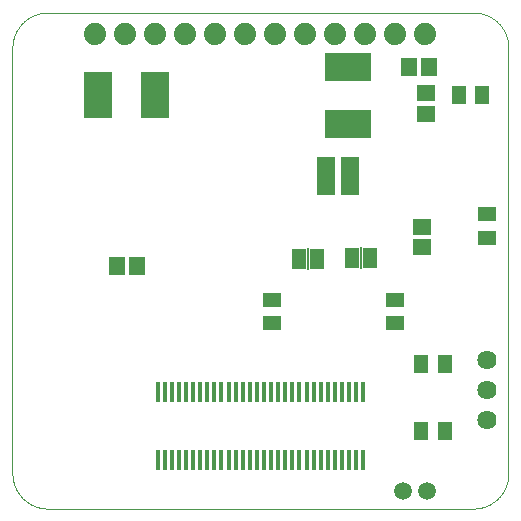
<source format=gbs>
G75*
%MOIN*%
%OFA0B0*%
%FSLAX25Y25*%
%IPPOS*%
%LPD*%
%AMOC8*
5,1,8,0,0,1.08239X$1,22.5*
%
%ADD10C,0.00000*%
%ADD11C,0.06400*%
%ADD12R,0.05518X0.06306*%
%ADD13R,0.06306X0.05518*%
%ADD14R,0.09700X0.15400*%
%ADD15R,0.15400X0.09700*%
%ADD16R,0.06100X0.13000*%
%ADD17R,0.04731X0.05912*%
%ADD18R,0.05912X0.04731*%
%ADD19R,0.05000X0.06700*%
%ADD20R,0.00600X0.07200*%
%ADD21C,0.07400*%
%ADD22C,0.05943*%
%ADD23R,0.01778X0.07093*%
D10*
X0001000Y0012811D02*
X0001000Y0154543D01*
X0001003Y0154828D01*
X0001014Y0155114D01*
X0001031Y0155399D01*
X0001055Y0155683D01*
X0001086Y0155967D01*
X0001124Y0156250D01*
X0001169Y0156531D01*
X0001220Y0156812D01*
X0001278Y0157092D01*
X0001343Y0157370D01*
X0001415Y0157646D01*
X0001493Y0157920D01*
X0001578Y0158193D01*
X0001670Y0158463D01*
X0001768Y0158731D01*
X0001872Y0158997D01*
X0001983Y0159260D01*
X0002100Y0159520D01*
X0002223Y0159778D01*
X0002353Y0160032D01*
X0002489Y0160283D01*
X0002630Y0160531D01*
X0002778Y0160775D01*
X0002931Y0161016D01*
X0003091Y0161252D01*
X0003256Y0161485D01*
X0003426Y0161714D01*
X0003602Y0161939D01*
X0003784Y0162159D01*
X0003970Y0162375D01*
X0004162Y0162586D01*
X0004359Y0162793D01*
X0004561Y0162995D01*
X0004768Y0163192D01*
X0004979Y0163384D01*
X0005195Y0163570D01*
X0005415Y0163752D01*
X0005640Y0163928D01*
X0005869Y0164098D01*
X0006102Y0164263D01*
X0006338Y0164423D01*
X0006579Y0164576D01*
X0006823Y0164724D01*
X0007071Y0164865D01*
X0007322Y0165001D01*
X0007576Y0165131D01*
X0007834Y0165254D01*
X0008094Y0165371D01*
X0008357Y0165482D01*
X0008623Y0165586D01*
X0008891Y0165684D01*
X0009161Y0165776D01*
X0009434Y0165861D01*
X0009708Y0165939D01*
X0009984Y0166011D01*
X0010262Y0166076D01*
X0010542Y0166134D01*
X0010823Y0166185D01*
X0011104Y0166230D01*
X0011387Y0166268D01*
X0011671Y0166299D01*
X0011955Y0166323D01*
X0012240Y0166340D01*
X0012526Y0166351D01*
X0012811Y0166354D01*
X0154543Y0166354D01*
X0154828Y0166351D01*
X0155114Y0166340D01*
X0155399Y0166323D01*
X0155683Y0166299D01*
X0155967Y0166268D01*
X0156250Y0166230D01*
X0156531Y0166185D01*
X0156812Y0166134D01*
X0157092Y0166076D01*
X0157370Y0166011D01*
X0157646Y0165939D01*
X0157920Y0165861D01*
X0158193Y0165776D01*
X0158463Y0165684D01*
X0158731Y0165586D01*
X0158997Y0165482D01*
X0159260Y0165371D01*
X0159520Y0165254D01*
X0159778Y0165131D01*
X0160032Y0165001D01*
X0160283Y0164865D01*
X0160531Y0164724D01*
X0160775Y0164576D01*
X0161016Y0164423D01*
X0161252Y0164263D01*
X0161485Y0164098D01*
X0161714Y0163928D01*
X0161939Y0163752D01*
X0162159Y0163570D01*
X0162375Y0163384D01*
X0162586Y0163192D01*
X0162793Y0162995D01*
X0162995Y0162793D01*
X0163192Y0162586D01*
X0163384Y0162375D01*
X0163570Y0162159D01*
X0163752Y0161939D01*
X0163928Y0161714D01*
X0164098Y0161485D01*
X0164263Y0161252D01*
X0164423Y0161016D01*
X0164576Y0160775D01*
X0164724Y0160531D01*
X0164865Y0160283D01*
X0165001Y0160032D01*
X0165131Y0159778D01*
X0165254Y0159520D01*
X0165371Y0159260D01*
X0165482Y0158997D01*
X0165586Y0158731D01*
X0165684Y0158463D01*
X0165776Y0158193D01*
X0165861Y0157920D01*
X0165939Y0157646D01*
X0166011Y0157370D01*
X0166076Y0157092D01*
X0166134Y0156812D01*
X0166185Y0156531D01*
X0166230Y0156250D01*
X0166268Y0155967D01*
X0166299Y0155683D01*
X0166323Y0155399D01*
X0166340Y0155114D01*
X0166351Y0154828D01*
X0166354Y0154543D01*
X0166354Y0012811D01*
X0166351Y0012526D01*
X0166340Y0012240D01*
X0166323Y0011955D01*
X0166299Y0011671D01*
X0166268Y0011387D01*
X0166230Y0011104D01*
X0166185Y0010823D01*
X0166134Y0010542D01*
X0166076Y0010262D01*
X0166011Y0009984D01*
X0165939Y0009708D01*
X0165861Y0009434D01*
X0165776Y0009161D01*
X0165684Y0008891D01*
X0165586Y0008623D01*
X0165482Y0008357D01*
X0165371Y0008094D01*
X0165254Y0007834D01*
X0165131Y0007576D01*
X0165001Y0007322D01*
X0164865Y0007071D01*
X0164724Y0006823D01*
X0164576Y0006579D01*
X0164423Y0006338D01*
X0164263Y0006102D01*
X0164098Y0005869D01*
X0163928Y0005640D01*
X0163752Y0005415D01*
X0163570Y0005195D01*
X0163384Y0004979D01*
X0163192Y0004768D01*
X0162995Y0004561D01*
X0162793Y0004359D01*
X0162586Y0004162D01*
X0162375Y0003970D01*
X0162159Y0003784D01*
X0161939Y0003602D01*
X0161714Y0003426D01*
X0161485Y0003256D01*
X0161252Y0003091D01*
X0161016Y0002931D01*
X0160775Y0002778D01*
X0160531Y0002630D01*
X0160283Y0002489D01*
X0160032Y0002353D01*
X0159778Y0002223D01*
X0159520Y0002100D01*
X0159260Y0001983D01*
X0158997Y0001872D01*
X0158731Y0001768D01*
X0158463Y0001670D01*
X0158193Y0001578D01*
X0157920Y0001493D01*
X0157646Y0001415D01*
X0157370Y0001343D01*
X0157092Y0001278D01*
X0156812Y0001220D01*
X0156531Y0001169D01*
X0156250Y0001124D01*
X0155967Y0001086D01*
X0155683Y0001055D01*
X0155399Y0001031D01*
X0155114Y0001014D01*
X0154828Y0001003D01*
X0154543Y0001000D01*
X0012811Y0001000D01*
X0012526Y0001003D01*
X0012240Y0001014D01*
X0011955Y0001031D01*
X0011671Y0001055D01*
X0011387Y0001086D01*
X0011104Y0001124D01*
X0010823Y0001169D01*
X0010542Y0001220D01*
X0010262Y0001278D01*
X0009984Y0001343D01*
X0009708Y0001415D01*
X0009434Y0001493D01*
X0009161Y0001578D01*
X0008891Y0001670D01*
X0008623Y0001768D01*
X0008357Y0001872D01*
X0008094Y0001983D01*
X0007834Y0002100D01*
X0007576Y0002223D01*
X0007322Y0002353D01*
X0007071Y0002489D01*
X0006823Y0002630D01*
X0006579Y0002778D01*
X0006338Y0002931D01*
X0006102Y0003091D01*
X0005869Y0003256D01*
X0005640Y0003426D01*
X0005415Y0003602D01*
X0005195Y0003784D01*
X0004979Y0003970D01*
X0004768Y0004162D01*
X0004561Y0004359D01*
X0004359Y0004561D01*
X0004162Y0004768D01*
X0003970Y0004979D01*
X0003784Y0005195D01*
X0003602Y0005415D01*
X0003426Y0005640D01*
X0003256Y0005869D01*
X0003091Y0006102D01*
X0002931Y0006338D01*
X0002778Y0006579D01*
X0002630Y0006823D01*
X0002489Y0007071D01*
X0002353Y0007322D01*
X0002223Y0007576D01*
X0002100Y0007834D01*
X0001983Y0008094D01*
X0001872Y0008357D01*
X0001768Y0008623D01*
X0001670Y0008891D01*
X0001578Y0009161D01*
X0001493Y0009434D01*
X0001415Y0009708D01*
X0001343Y0009984D01*
X0001278Y0010262D01*
X0001220Y0010542D01*
X0001169Y0010823D01*
X0001124Y0011104D01*
X0001086Y0011387D01*
X0001055Y0011671D01*
X0001031Y0011955D01*
X0001014Y0012240D01*
X0001003Y0012526D01*
X0001000Y0012811D01*
D11*
X0159268Y0030370D03*
X0159268Y0040370D03*
X0159268Y0050370D03*
D12*
X0139780Y0148244D03*
X0133087Y0148244D03*
X0042535Y0081709D03*
X0035843Y0081709D03*
D13*
X0137614Y0088205D03*
X0137614Y0094898D03*
X0138795Y0132693D03*
X0138795Y0139386D03*
D14*
X0048689Y0138795D03*
X0029689Y0138795D03*
D15*
X0112811Y0129295D03*
X0112811Y0148295D03*
D16*
X0113661Y0111748D03*
X0105661Y0111748D03*
D17*
X0149819Y0138795D03*
X0157693Y0138795D03*
X0145094Y0049031D03*
X0137220Y0049031D03*
X0137220Y0026984D03*
X0145094Y0026984D03*
D18*
X0128559Y0062811D03*
X0128559Y0070685D03*
X0159268Y0091157D03*
X0159268Y0099031D03*
X0087614Y0070685D03*
X0087614Y0062811D03*
D19*
X0096425Y0084071D03*
X0102425Y0084071D03*
X0114142Y0084465D03*
X0120142Y0084465D03*
D20*
X0117142Y0084465D03*
X0099425Y0084071D03*
D21*
X0098677Y0159268D03*
X0088677Y0159268D03*
X0078677Y0159268D03*
X0068677Y0159268D03*
X0058677Y0159268D03*
X0048677Y0159268D03*
X0038677Y0159268D03*
X0028677Y0159268D03*
X0108677Y0159268D03*
X0118677Y0159268D03*
X0128677Y0159268D03*
X0138677Y0159268D03*
D22*
X0139189Y0006906D03*
X0131315Y0006906D03*
D23*
X0117929Y0017339D03*
X0115567Y0017339D03*
X0113205Y0017339D03*
X0110843Y0017339D03*
X0108480Y0017339D03*
X0106118Y0017339D03*
X0103756Y0017339D03*
X0101394Y0017339D03*
X0099031Y0017339D03*
X0096669Y0017339D03*
X0094307Y0017339D03*
X0091945Y0017339D03*
X0089583Y0017339D03*
X0087220Y0017339D03*
X0084858Y0017339D03*
X0082496Y0017339D03*
X0080134Y0017339D03*
X0077772Y0017339D03*
X0075409Y0017339D03*
X0073047Y0017339D03*
X0070685Y0017339D03*
X0068323Y0017339D03*
X0065961Y0017339D03*
X0063598Y0017339D03*
X0061236Y0017339D03*
X0058874Y0017339D03*
X0056512Y0017339D03*
X0054150Y0017339D03*
X0051787Y0017339D03*
X0049425Y0017339D03*
X0049425Y0039780D03*
X0051787Y0039780D03*
X0054150Y0039780D03*
X0056512Y0039780D03*
X0058874Y0039780D03*
X0061236Y0039780D03*
X0063598Y0039780D03*
X0065961Y0039780D03*
X0068323Y0039780D03*
X0070685Y0039780D03*
X0073047Y0039780D03*
X0075409Y0039780D03*
X0077772Y0039780D03*
X0080134Y0039780D03*
X0082496Y0039780D03*
X0084858Y0039780D03*
X0087220Y0039780D03*
X0089583Y0039780D03*
X0091945Y0039780D03*
X0094307Y0039780D03*
X0096669Y0039780D03*
X0099031Y0039780D03*
X0101394Y0039780D03*
X0103756Y0039780D03*
X0106118Y0039780D03*
X0108480Y0039780D03*
X0110843Y0039780D03*
X0113205Y0039780D03*
X0115567Y0039780D03*
X0117929Y0039780D03*
M02*

</source>
